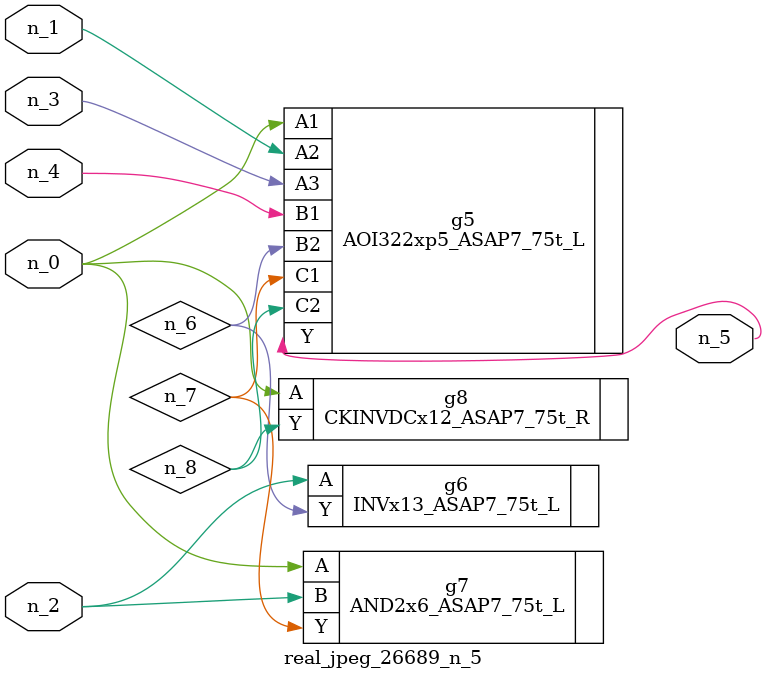
<source format=v>
module real_jpeg_26689_n_5 (n_4, n_0, n_1, n_2, n_3, n_5);

input n_4;
input n_0;
input n_1;
input n_2;
input n_3;

output n_5;

wire n_8;
wire n_6;
wire n_7;

AOI322xp5_ASAP7_75t_L g5 ( 
.A1(n_0),
.A2(n_1),
.A3(n_3),
.B1(n_4),
.B2(n_6),
.C1(n_7),
.C2(n_8),
.Y(n_5)
);

AND2x6_ASAP7_75t_L g7 ( 
.A(n_0),
.B(n_2),
.Y(n_7)
);

CKINVDCx12_ASAP7_75t_R g8 ( 
.A(n_0),
.Y(n_8)
);

INVx13_ASAP7_75t_L g6 ( 
.A(n_2),
.Y(n_6)
);


endmodule
</source>
